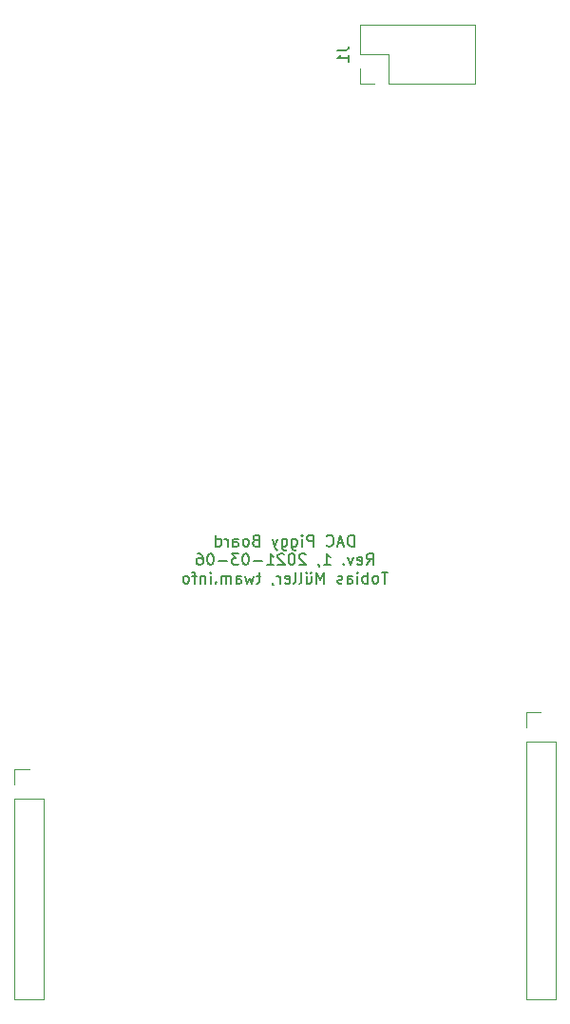
<source format=gbr>
%TF.GenerationSoftware,KiCad,Pcbnew,(5.1.9-0-10_14)*%
%TF.CreationDate,2021-03-07T13:53:49+01:00*%
%TF.ProjectId,ADC Piggy Board,41444320-5069-4676-9779-20426f617264,rev?*%
%TF.SameCoordinates,Original*%
%TF.FileFunction,Legend,Bot*%
%TF.FilePolarity,Positive*%
%FSLAX46Y46*%
G04 Gerber Fmt 4.6, Leading zero omitted, Abs format (unit mm)*
G04 Created by KiCad (PCBNEW (5.1.9-0-10_14)) date 2021-03-07 13:53:49*
%MOMM*%
%LPD*%
G01*
G04 APERTURE LIST*
%ADD10C,0.150000*%
%ADD11C,0.120000*%
G04 APERTURE END LIST*
D10*
X156142857Y-98802380D02*
X156142857Y-97802380D01*
X155904761Y-97802380D01*
X155761904Y-97850000D01*
X155666666Y-97945238D01*
X155619047Y-98040476D01*
X155571428Y-98230952D01*
X155571428Y-98373809D01*
X155619047Y-98564285D01*
X155666666Y-98659523D01*
X155761904Y-98754761D01*
X155904761Y-98802380D01*
X156142857Y-98802380D01*
X155190476Y-98516666D02*
X154714285Y-98516666D01*
X155285714Y-98802380D02*
X154952380Y-97802380D01*
X154619047Y-98802380D01*
X153714285Y-98707142D02*
X153761904Y-98754761D01*
X153904761Y-98802380D01*
X154000000Y-98802380D01*
X154142857Y-98754761D01*
X154238095Y-98659523D01*
X154285714Y-98564285D01*
X154333333Y-98373809D01*
X154333333Y-98230952D01*
X154285714Y-98040476D01*
X154238095Y-97945238D01*
X154142857Y-97850000D01*
X154000000Y-97802380D01*
X153904761Y-97802380D01*
X153761904Y-97850000D01*
X153714285Y-97897619D01*
X152523809Y-98802380D02*
X152523809Y-97802380D01*
X152142857Y-97802380D01*
X152047619Y-97850000D01*
X152000000Y-97897619D01*
X151952380Y-97992857D01*
X151952380Y-98135714D01*
X152000000Y-98230952D01*
X152047619Y-98278571D01*
X152142857Y-98326190D01*
X152523809Y-98326190D01*
X151523809Y-98802380D02*
X151523809Y-98135714D01*
X151523809Y-97802380D02*
X151571428Y-97850000D01*
X151523809Y-97897619D01*
X151476190Y-97850000D01*
X151523809Y-97802380D01*
X151523809Y-97897619D01*
X150619047Y-98135714D02*
X150619047Y-98945238D01*
X150666666Y-99040476D01*
X150714285Y-99088095D01*
X150809523Y-99135714D01*
X150952380Y-99135714D01*
X151047619Y-99088095D01*
X150619047Y-98754761D02*
X150714285Y-98802380D01*
X150904761Y-98802380D01*
X151000000Y-98754761D01*
X151047619Y-98707142D01*
X151095238Y-98611904D01*
X151095238Y-98326190D01*
X151047619Y-98230952D01*
X151000000Y-98183333D01*
X150904761Y-98135714D01*
X150714285Y-98135714D01*
X150619047Y-98183333D01*
X149714285Y-98135714D02*
X149714285Y-98945238D01*
X149761904Y-99040476D01*
X149809523Y-99088095D01*
X149904761Y-99135714D01*
X150047619Y-99135714D01*
X150142857Y-99088095D01*
X149714285Y-98754761D02*
X149809523Y-98802380D01*
X150000000Y-98802380D01*
X150095238Y-98754761D01*
X150142857Y-98707142D01*
X150190476Y-98611904D01*
X150190476Y-98326190D01*
X150142857Y-98230952D01*
X150095238Y-98183333D01*
X150000000Y-98135714D01*
X149809523Y-98135714D01*
X149714285Y-98183333D01*
X149333333Y-98135714D02*
X149095238Y-98802380D01*
X148857142Y-98135714D02*
X149095238Y-98802380D01*
X149190476Y-99040476D01*
X149238095Y-99088095D01*
X149333333Y-99135714D01*
X147380952Y-98278571D02*
X147238095Y-98326190D01*
X147190476Y-98373809D01*
X147142857Y-98469047D01*
X147142857Y-98611904D01*
X147190476Y-98707142D01*
X147238095Y-98754761D01*
X147333333Y-98802380D01*
X147714285Y-98802380D01*
X147714285Y-97802380D01*
X147380952Y-97802380D01*
X147285714Y-97850000D01*
X147238095Y-97897619D01*
X147190476Y-97992857D01*
X147190476Y-98088095D01*
X147238095Y-98183333D01*
X147285714Y-98230952D01*
X147380952Y-98278571D01*
X147714285Y-98278571D01*
X146571428Y-98802380D02*
X146666666Y-98754761D01*
X146714285Y-98707142D01*
X146761904Y-98611904D01*
X146761904Y-98326190D01*
X146714285Y-98230952D01*
X146666666Y-98183333D01*
X146571428Y-98135714D01*
X146428571Y-98135714D01*
X146333333Y-98183333D01*
X146285714Y-98230952D01*
X146238095Y-98326190D01*
X146238095Y-98611904D01*
X146285714Y-98707142D01*
X146333333Y-98754761D01*
X146428571Y-98802380D01*
X146571428Y-98802380D01*
X145380952Y-98802380D02*
X145380952Y-98278571D01*
X145428571Y-98183333D01*
X145523809Y-98135714D01*
X145714285Y-98135714D01*
X145809523Y-98183333D01*
X145380952Y-98754761D02*
X145476190Y-98802380D01*
X145714285Y-98802380D01*
X145809523Y-98754761D01*
X145857142Y-98659523D01*
X145857142Y-98564285D01*
X145809523Y-98469047D01*
X145714285Y-98421428D01*
X145476190Y-98421428D01*
X145380952Y-98373809D01*
X144904761Y-98802380D02*
X144904761Y-98135714D01*
X144904761Y-98326190D02*
X144857142Y-98230952D01*
X144809523Y-98183333D01*
X144714285Y-98135714D01*
X144619047Y-98135714D01*
X143857142Y-98802380D02*
X143857142Y-97802380D01*
X143857142Y-98754761D02*
X143952380Y-98802380D01*
X144142857Y-98802380D01*
X144238095Y-98754761D01*
X144285714Y-98707142D01*
X144333333Y-98611904D01*
X144333333Y-98326190D01*
X144285714Y-98230952D01*
X144238095Y-98183333D01*
X144142857Y-98135714D01*
X143952380Y-98135714D01*
X143857142Y-98183333D01*
X157261904Y-100452380D02*
X157595238Y-99976190D01*
X157833333Y-100452380D02*
X157833333Y-99452380D01*
X157452380Y-99452380D01*
X157357142Y-99500000D01*
X157309523Y-99547619D01*
X157261904Y-99642857D01*
X157261904Y-99785714D01*
X157309523Y-99880952D01*
X157357142Y-99928571D01*
X157452380Y-99976190D01*
X157833333Y-99976190D01*
X156452380Y-100404761D02*
X156547619Y-100452380D01*
X156738095Y-100452380D01*
X156833333Y-100404761D01*
X156880952Y-100309523D01*
X156880952Y-99928571D01*
X156833333Y-99833333D01*
X156738095Y-99785714D01*
X156547619Y-99785714D01*
X156452380Y-99833333D01*
X156404761Y-99928571D01*
X156404761Y-100023809D01*
X156880952Y-100119047D01*
X156071428Y-99785714D02*
X155833333Y-100452380D01*
X155595238Y-99785714D01*
X155214285Y-100357142D02*
X155166666Y-100404761D01*
X155214285Y-100452380D01*
X155261904Y-100404761D01*
X155214285Y-100357142D01*
X155214285Y-100452380D01*
X153452380Y-100452380D02*
X154023809Y-100452380D01*
X153738095Y-100452380D02*
X153738095Y-99452380D01*
X153833333Y-99595238D01*
X153928571Y-99690476D01*
X154023809Y-99738095D01*
X152976190Y-100404761D02*
X152976190Y-100452380D01*
X153023809Y-100547619D01*
X153071428Y-100595238D01*
X151833333Y-99547619D02*
X151785714Y-99500000D01*
X151690476Y-99452380D01*
X151452380Y-99452380D01*
X151357142Y-99500000D01*
X151309523Y-99547619D01*
X151261904Y-99642857D01*
X151261904Y-99738095D01*
X151309523Y-99880952D01*
X151880952Y-100452380D01*
X151261904Y-100452380D01*
X150642857Y-99452380D02*
X150547619Y-99452380D01*
X150452380Y-99500000D01*
X150404761Y-99547619D01*
X150357142Y-99642857D01*
X150309523Y-99833333D01*
X150309523Y-100071428D01*
X150357142Y-100261904D01*
X150404761Y-100357142D01*
X150452380Y-100404761D01*
X150547619Y-100452380D01*
X150642857Y-100452380D01*
X150738095Y-100404761D01*
X150785714Y-100357142D01*
X150833333Y-100261904D01*
X150880952Y-100071428D01*
X150880952Y-99833333D01*
X150833333Y-99642857D01*
X150785714Y-99547619D01*
X150738095Y-99500000D01*
X150642857Y-99452380D01*
X149928571Y-99547619D02*
X149880952Y-99500000D01*
X149785714Y-99452380D01*
X149547619Y-99452380D01*
X149452380Y-99500000D01*
X149404761Y-99547619D01*
X149357142Y-99642857D01*
X149357142Y-99738095D01*
X149404761Y-99880952D01*
X149976190Y-100452380D01*
X149357142Y-100452380D01*
X148404761Y-100452380D02*
X148976190Y-100452380D01*
X148690476Y-100452380D02*
X148690476Y-99452380D01*
X148785714Y-99595238D01*
X148880952Y-99690476D01*
X148976190Y-99738095D01*
X147976190Y-100071428D02*
X147214285Y-100071428D01*
X146547619Y-99452380D02*
X146452380Y-99452380D01*
X146357142Y-99500000D01*
X146309523Y-99547619D01*
X146261904Y-99642857D01*
X146214285Y-99833333D01*
X146214285Y-100071428D01*
X146261904Y-100261904D01*
X146309523Y-100357142D01*
X146357142Y-100404761D01*
X146452380Y-100452380D01*
X146547619Y-100452380D01*
X146642857Y-100404761D01*
X146690476Y-100357142D01*
X146738095Y-100261904D01*
X146785714Y-100071428D01*
X146785714Y-99833333D01*
X146738095Y-99642857D01*
X146690476Y-99547619D01*
X146642857Y-99500000D01*
X146547619Y-99452380D01*
X145880952Y-99452380D02*
X145261904Y-99452380D01*
X145595238Y-99833333D01*
X145452380Y-99833333D01*
X145357142Y-99880952D01*
X145309523Y-99928571D01*
X145261904Y-100023809D01*
X145261904Y-100261904D01*
X145309523Y-100357142D01*
X145357142Y-100404761D01*
X145452380Y-100452380D01*
X145738095Y-100452380D01*
X145833333Y-100404761D01*
X145880952Y-100357142D01*
X144833333Y-100071428D02*
X144071428Y-100071428D01*
X143404761Y-99452380D02*
X143309523Y-99452380D01*
X143214285Y-99500000D01*
X143166666Y-99547619D01*
X143119047Y-99642857D01*
X143071428Y-99833333D01*
X143071428Y-100071428D01*
X143119047Y-100261904D01*
X143166666Y-100357142D01*
X143214285Y-100404761D01*
X143309523Y-100452380D01*
X143404761Y-100452380D01*
X143500000Y-100404761D01*
X143547619Y-100357142D01*
X143595238Y-100261904D01*
X143642857Y-100071428D01*
X143642857Y-99833333D01*
X143595238Y-99642857D01*
X143547619Y-99547619D01*
X143500000Y-99500000D01*
X143404761Y-99452380D01*
X142214285Y-99452380D02*
X142404761Y-99452380D01*
X142500000Y-99500000D01*
X142547619Y-99547619D01*
X142642857Y-99690476D01*
X142690476Y-99880952D01*
X142690476Y-100261904D01*
X142642857Y-100357142D01*
X142595238Y-100404761D01*
X142500000Y-100452380D01*
X142309523Y-100452380D01*
X142214285Y-100404761D01*
X142166666Y-100357142D01*
X142119047Y-100261904D01*
X142119047Y-100023809D01*
X142166666Y-99928571D01*
X142214285Y-99880952D01*
X142309523Y-99833333D01*
X142500000Y-99833333D01*
X142595238Y-99880952D01*
X142642857Y-99928571D01*
X142690476Y-100023809D01*
X159166666Y-101102380D02*
X158595238Y-101102380D01*
X158880952Y-102102380D02*
X158880952Y-101102380D01*
X158119047Y-102102380D02*
X158214285Y-102054761D01*
X158261904Y-102007142D01*
X158309523Y-101911904D01*
X158309523Y-101626190D01*
X158261904Y-101530952D01*
X158214285Y-101483333D01*
X158119047Y-101435714D01*
X157976190Y-101435714D01*
X157880952Y-101483333D01*
X157833333Y-101530952D01*
X157785714Y-101626190D01*
X157785714Y-101911904D01*
X157833333Y-102007142D01*
X157880952Y-102054761D01*
X157976190Y-102102380D01*
X158119047Y-102102380D01*
X157357142Y-102102380D02*
X157357142Y-101102380D01*
X157357142Y-101483333D02*
X157261904Y-101435714D01*
X157071428Y-101435714D01*
X156976190Y-101483333D01*
X156928571Y-101530952D01*
X156880952Y-101626190D01*
X156880952Y-101911904D01*
X156928571Y-102007142D01*
X156976190Y-102054761D01*
X157071428Y-102102380D01*
X157261904Y-102102380D01*
X157357142Y-102054761D01*
X156452380Y-102102380D02*
X156452380Y-101435714D01*
X156452380Y-101102380D02*
X156500000Y-101150000D01*
X156452380Y-101197619D01*
X156404761Y-101150000D01*
X156452380Y-101102380D01*
X156452380Y-101197619D01*
X155547619Y-102102380D02*
X155547619Y-101578571D01*
X155595238Y-101483333D01*
X155690476Y-101435714D01*
X155880952Y-101435714D01*
X155976190Y-101483333D01*
X155547619Y-102054761D02*
X155642857Y-102102380D01*
X155880952Y-102102380D01*
X155976190Y-102054761D01*
X156023809Y-101959523D01*
X156023809Y-101864285D01*
X155976190Y-101769047D01*
X155880952Y-101721428D01*
X155642857Y-101721428D01*
X155547619Y-101673809D01*
X155119047Y-102054761D02*
X155023809Y-102102380D01*
X154833333Y-102102380D01*
X154738095Y-102054761D01*
X154690476Y-101959523D01*
X154690476Y-101911904D01*
X154738095Y-101816666D01*
X154833333Y-101769047D01*
X154976190Y-101769047D01*
X155071428Y-101721428D01*
X155119047Y-101626190D01*
X155119047Y-101578571D01*
X155071428Y-101483333D01*
X154976190Y-101435714D01*
X154833333Y-101435714D01*
X154738095Y-101483333D01*
X153500000Y-102102380D02*
X153500000Y-101102380D01*
X153166666Y-101816666D01*
X152833333Y-101102380D01*
X152833333Y-102102380D01*
X151928571Y-101435714D02*
X151928571Y-102102380D01*
X152357142Y-101435714D02*
X152357142Y-101959523D01*
X152309523Y-102054761D01*
X152214285Y-102102380D01*
X152071428Y-102102380D01*
X151976190Y-102054761D01*
X151928571Y-102007142D01*
X152309523Y-101102380D02*
X152261904Y-101150000D01*
X152309523Y-101197619D01*
X152357142Y-101150000D01*
X152309523Y-101102380D01*
X152309523Y-101197619D01*
X151928571Y-101102380D02*
X151880952Y-101150000D01*
X151928571Y-101197619D01*
X151976190Y-101150000D01*
X151928571Y-101102380D01*
X151928571Y-101197619D01*
X151309523Y-102102380D02*
X151404761Y-102054761D01*
X151452380Y-101959523D01*
X151452380Y-101102380D01*
X150785714Y-102102380D02*
X150880952Y-102054761D01*
X150928571Y-101959523D01*
X150928571Y-101102380D01*
X150023809Y-102054761D02*
X150119047Y-102102380D01*
X150309523Y-102102380D01*
X150404761Y-102054761D01*
X150452380Y-101959523D01*
X150452380Y-101578571D01*
X150404761Y-101483333D01*
X150309523Y-101435714D01*
X150119047Y-101435714D01*
X150023809Y-101483333D01*
X149976190Y-101578571D01*
X149976190Y-101673809D01*
X150452380Y-101769047D01*
X149547619Y-102102380D02*
X149547619Y-101435714D01*
X149547619Y-101626190D02*
X149500000Y-101530952D01*
X149452380Y-101483333D01*
X149357142Y-101435714D01*
X149261904Y-101435714D01*
X148880952Y-102054761D02*
X148880952Y-102102380D01*
X148928571Y-102197619D01*
X148976190Y-102245238D01*
X147833333Y-101435714D02*
X147452380Y-101435714D01*
X147690476Y-101102380D02*
X147690476Y-101959523D01*
X147642857Y-102054761D01*
X147547619Y-102102380D01*
X147452380Y-102102380D01*
X147214285Y-101435714D02*
X147023809Y-102102380D01*
X146833333Y-101626190D01*
X146642857Y-102102380D01*
X146452380Y-101435714D01*
X145642857Y-102102380D02*
X145642857Y-101578571D01*
X145690476Y-101483333D01*
X145785714Y-101435714D01*
X145976190Y-101435714D01*
X146071428Y-101483333D01*
X145642857Y-102054761D02*
X145738095Y-102102380D01*
X145976190Y-102102380D01*
X146071428Y-102054761D01*
X146119047Y-101959523D01*
X146119047Y-101864285D01*
X146071428Y-101769047D01*
X145976190Y-101721428D01*
X145738095Y-101721428D01*
X145642857Y-101673809D01*
X145166666Y-102102380D02*
X145166666Y-101435714D01*
X145166666Y-101530952D02*
X145119047Y-101483333D01*
X145023809Y-101435714D01*
X144880952Y-101435714D01*
X144785714Y-101483333D01*
X144738095Y-101578571D01*
X144738095Y-102102380D01*
X144738095Y-101578571D02*
X144690476Y-101483333D01*
X144595238Y-101435714D01*
X144452380Y-101435714D01*
X144357142Y-101483333D01*
X144309523Y-101578571D01*
X144309523Y-102102380D01*
X143833333Y-102007142D02*
X143785714Y-102054761D01*
X143833333Y-102102380D01*
X143880952Y-102054761D01*
X143833333Y-102007142D01*
X143833333Y-102102380D01*
X143357142Y-102102380D02*
X143357142Y-101435714D01*
X143357142Y-101102380D02*
X143404761Y-101150000D01*
X143357142Y-101197619D01*
X143309523Y-101150000D01*
X143357142Y-101102380D01*
X143357142Y-101197619D01*
X142880952Y-101435714D02*
X142880952Y-102102380D01*
X142880952Y-101530952D02*
X142833333Y-101483333D01*
X142738095Y-101435714D01*
X142595238Y-101435714D01*
X142500000Y-101483333D01*
X142452380Y-101578571D01*
X142452380Y-102102380D01*
X142119047Y-101435714D02*
X141738095Y-101435714D01*
X141976190Y-102102380D02*
X141976190Y-101245238D01*
X141928571Y-101150000D01*
X141833333Y-101102380D01*
X141738095Y-101102380D01*
X141261904Y-102102380D02*
X141357142Y-102054761D01*
X141404761Y-102007142D01*
X141452380Y-101911904D01*
X141452380Y-101626190D01*
X141404761Y-101530952D01*
X141357142Y-101483333D01*
X141261904Y-101435714D01*
X141119047Y-101435714D01*
X141023809Y-101483333D01*
X140976190Y-101530952D01*
X140928571Y-101626190D01*
X140928571Y-101911904D01*
X140976190Y-102007142D01*
X141023809Y-102054761D01*
X141119047Y-102102380D01*
X141261904Y-102102380D01*
D11*
%TO.C,J1*%
X156670000Y-52380000D02*
X156670000Y-54980000D01*
X156670000Y-52380000D02*
X166950000Y-52380000D01*
X166950000Y-52380000D02*
X166950000Y-57580000D01*
X159270000Y-57580000D02*
X166950000Y-57580000D01*
X159270000Y-54980000D02*
X159270000Y-57580000D01*
X156670000Y-54980000D02*
X159270000Y-54980000D01*
X156670000Y-57580000D02*
X158000000Y-57580000D01*
X156670000Y-56250000D02*
X156670000Y-57580000D01*
%TO.C,J4*%
X128530000Y-121270000D02*
X125870000Y-121270000D01*
X128530000Y-121270000D02*
X128530000Y-139110000D01*
X128530000Y-139110000D02*
X125870000Y-139110000D01*
X125870000Y-121270000D02*
X125870000Y-139110000D01*
X125870000Y-118670000D02*
X125870000Y-120000000D01*
X127200000Y-118670000D02*
X125870000Y-118670000D01*
%TO.C,J3*%
X174130000Y-116190000D02*
X171470000Y-116190000D01*
X174130000Y-116190000D02*
X174130000Y-139110000D01*
X174130000Y-139110000D02*
X171470000Y-139110000D01*
X171470000Y-116190000D02*
X171470000Y-139110000D01*
X171470000Y-113590000D02*
X171470000Y-114920000D01*
X172800000Y-113590000D02*
X171470000Y-113590000D01*
%TO.C,J1*%
D10*
X154682380Y-54646666D02*
X155396666Y-54646666D01*
X155539523Y-54599047D01*
X155634761Y-54503809D01*
X155682380Y-54360952D01*
X155682380Y-54265714D01*
X155682380Y-55646666D02*
X155682380Y-55075238D01*
X155682380Y-55360952D02*
X154682380Y-55360952D01*
X154825238Y-55265714D01*
X154920476Y-55170476D01*
X154968095Y-55075238D01*
%TD*%
M02*

</source>
